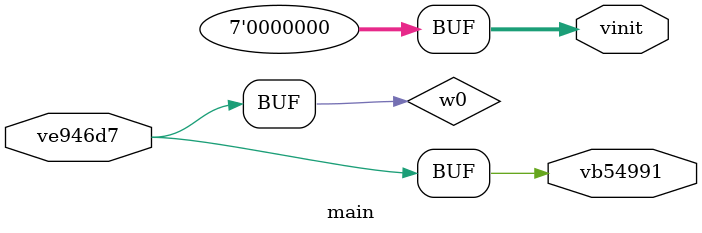
<source format=v>

`default_nettype none

module main (
 input ve946d7,
 output vb54991,
 output [0:6] vinit
);
 wire w0;
 assign vb54991 = w0;
 assign w0 = ve946d7;
 assign vinit = 7'b0000000;
endmodule


</source>
